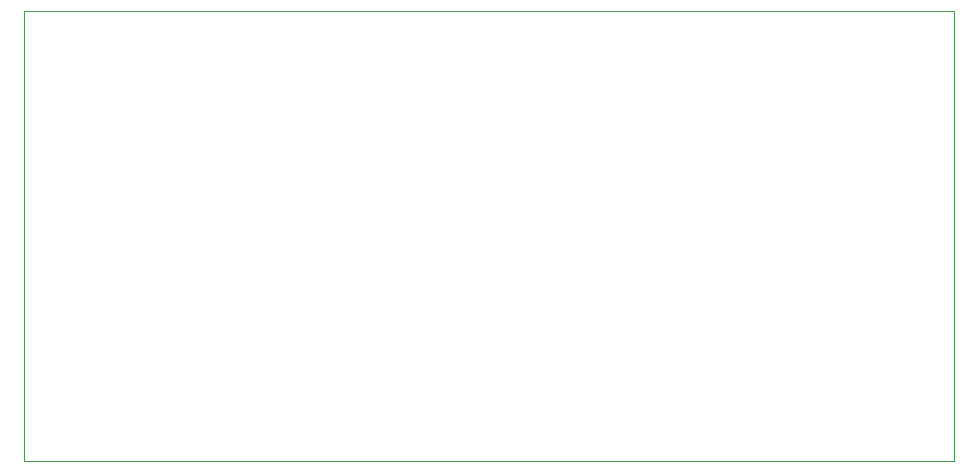
<source format=gbr>
G04 #@! TF.GenerationSoftware,KiCad,Pcbnew,5.1.5+dfsg1-2build2*
G04 #@! TF.CreationDate,2021-02-18T12:16:05-05:00*
G04 #@! TF.ProjectId,C11,4331312e-6b69-4636-9164-5f7063625858,rev?*
G04 #@! TF.SameCoordinates,Original*
G04 #@! TF.FileFunction,Profile,NP*
%FSLAX46Y46*%
G04 Gerber Fmt 4.6, Leading zero omitted, Abs format (unit mm)*
G04 Created by KiCad (PCBNEW 5.1.5+dfsg1-2build2) date 2021-02-18 12:16:05*
%MOMM*%
%LPD*%
G04 APERTURE LIST*
%ADD10C,0.050000*%
G04 APERTURE END LIST*
D10*
X98740000Y-20000000D02*
X98740000Y-58100000D01*
X20000000Y-58100000D02*
X98740000Y-58100000D01*
X20000000Y-20000000D02*
X98740000Y-20000000D01*
X20000000Y-20000000D02*
X20000000Y-58100000D01*
M02*

</source>
